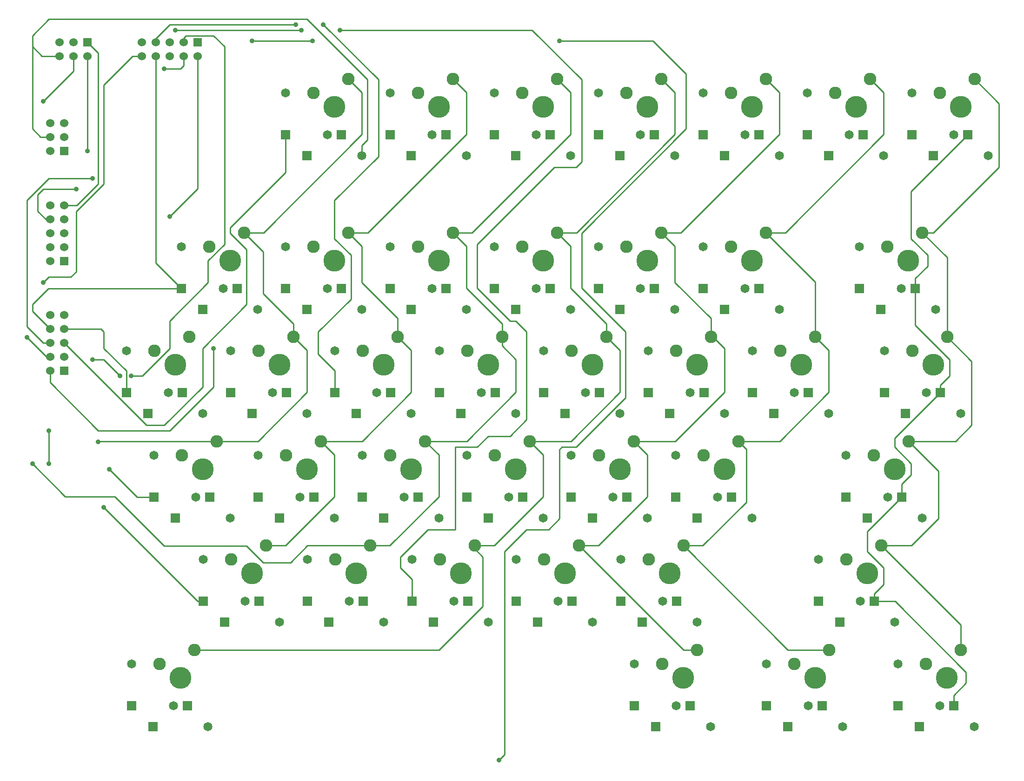
<source format=gbl>
G04 (created by PCBNEW (2013-07-07 BZR 4022)-stable) date 11/1/2014 6:00:42 PM*
%MOIN*%
G04 Gerber Fmt 3.4, Leading zero omitted, Abs format*
%FSLAX34Y34*%
G01*
G70*
G90*
G04 APERTURE LIST*
%ADD10C,0.00590551*%
%ADD11C,0.09*%
%ADD12C,0.157*%
%ADD13C,0.065*%
%ADD14R,0.065X0.065*%
%ADD15R,0.06X0.06*%
%ADD16C,0.06*%
%ADD17C,0.035*%
%ADD18C,0.01*%
G04 APERTURE END LIST*
G54D10*
G54D11*
X46669Y-15716D03*
X44169Y-16716D03*
G54D12*
X45669Y-17716D03*
G54D13*
X42169Y-16716D03*
G54D14*
X42169Y-19716D03*
G54D13*
X45169Y-19716D03*
G54D14*
X46169Y-19716D03*
X43700Y-21216D03*
G54D13*
X47637Y-21216D03*
G54D11*
X57692Y-34220D03*
X55192Y-35220D03*
G54D12*
X56692Y-36220D03*
G54D13*
X53192Y-35220D03*
G54D14*
X53192Y-38220D03*
G54D13*
X56192Y-38220D03*
G54D14*
X57192Y-38220D03*
X54724Y-39720D03*
G54D13*
X58661Y-39720D03*
G54D11*
X52181Y-41700D03*
X49681Y-42700D03*
G54D12*
X51181Y-43700D03*
G54D13*
X47681Y-42700D03*
G54D14*
X47681Y-45700D03*
G54D13*
X50681Y-45700D03*
G54D14*
X51681Y-45700D03*
X49212Y-47200D03*
G54D13*
X53149Y-47200D03*
G54D11*
X48244Y-49181D03*
X45744Y-50181D03*
G54D12*
X47244Y-51181D03*
G54D13*
X43744Y-50181D03*
G54D14*
X43744Y-53181D03*
G54D13*
X46744Y-53181D03*
G54D14*
X47744Y-53181D03*
X45275Y-54681D03*
G54D13*
X49212Y-54681D03*
G54D11*
X28165Y-56661D03*
X25665Y-57661D03*
G54D12*
X27165Y-58661D03*
G54D13*
X23665Y-57661D03*
G54D14*
X23665Y-60661D03*
G54D13*
X26665Y-60661D03*
G54D14*
X27665Y-60661D03*
X25196Y-62161D03*
G54D13*
X29133Y-62161D03*
G54D11*
X54149Y-15716D03*
X51649Y-16716D03*
G54D12*
X53149Y-17716D03*
G54D13*
X49649Y-16716D03*
G54D14*
X49649Y-19716D03*
G54D13*
X52649Y-19716D03*
G54D14*
X53649Y-19716D03*
X51181Y-21216D03*
G54D13*
X55118Y-21216D03*
G54D11*
X46669Y-26740D03*
X44169Y-27740D03*
G54D12*
X45669Y-28740D03*
G54D13*
X42169Y-27740D03*
G54D14*
X42169Y-30740D03*
G54D13*
X45169Y-30740D03*
G54D14*
X46169Y-30740D03*
X43700Y-32240D03*
G54D13*
X47637Y-32240D03*
G54D11*
X50212Y-34220D03*
X47712Y-35220D03*
G54D12*
X49212Y-36220D03*
G54D13*
X45712Y-35220D03*
G54D14*
X45712Y-38220D03*
G54D13*
X48712Y-38220D03*
G54D14*
X49712Y-38220D03*
X47244Y-39720D03*
G54D13*
X51181Y-39720D03*
G54D11*
X44700Y-41700D03*
X42200Y-42700D03*
G54D12*
X43700Y-43700D03*
G54D13*
X40200Y-42700D03*
G54D14*
X40200Y-45700D03*
G54D13*
X43200Y-45700D03*
G54D14*
X44200Y-45700D03*
X41732Y-47200D03*
G54D13*
X45669Y-47200D03*
G54D11*
X40763Y-49181D03*
X38263Y-50181D03*
G54D12*
X39763Y-51181D03*
G54D13*
X36263Y-50181D03*
G54D14*
X36263Y-53181D03*
G54D13*
X39263Y-53181D03*
G54D14*
X40263Y-53181D03*
X37795Y-54681D03*
G54D13*
X41732Y-54681D03*
G54D11*
X84070Y-15716D03*
X81570Y-16716D03*
G54D12*
X83070Y-17716D03*
G54D13*
X79570Y-16716D03*
G54D14*
X79570Y-19716D03*
G54D13*
X82570Y-19716D03*
G54D14*
X83570Y-19716D03*
X81102Y-21216D03*
G54D13*
X85039Y-21216D03*
G54D11*
X39188Y-26740D03*
X36688Y-27740D03*
G54D12*
X38188Y-28740D03*
G54D13*
X34688Y-27740D03*
G54D14*
X34688Y-30740D03*
G54D13*
X37688Y-30740D03*
G54D14*
X38688Y-30740D03*
X36220Y-32240D03*
G54D13*
X40157Y-32240D03*
G54D11*
X42732Y-34220D03*
X40232Y-35220D03*
G54D12*
X41732Y-36220D03*
G54D13*
X38232Y-35220D03*
G54D14*
X38232Y-38220D03*
G54D13*
X41232Y-38220D03*
G54D14*
X42232Y-38220D03*
X39763Y-39720D03*
G54D13*
X43700Y-39720D03*
G54D11*
X37220Y-41700D03*
X34720Y-42700D03*
G54D12*
X36220Y-43700D03*
G54D13*
X32720Y-42700D03*
G54D14*
X32720Y-45700D03*
G54D13*
X35720Y-45700D03*
G54D14*
X36720Y-45700D03*
X34251Y-47200D03*
G54D13*
X38188Y-47200D03*
G54D11*
X33283Y-49181D03*
X30783Y-50181D03*
G54D12*
X32283Y-51181D03*
G54D13*
X28783Y-50181D03*
G54D14*
X28783Y-53181D03*
G54D13*
X31783Y-53181D03*
G54D14*
X32783Y-53181D03*
X30314Y-54681D03*
G54D13*
X34251Y-54681D03*
G54D11*
X39188Y-15716D03*
X36688Y-16716D03*
G54D12*
X38188Y-17716D03*
G54D13*
X34688Y-16716D03*
G54D14*
X34688Y-19716D03*
G54D13*
X37688Y-19716D03*
G54D14*
X38688Y-19716D03*
X36220Y-21216D03*
G54D13*
X40157Y-21216D03*
G54D11*
X31708Y-26740D03*
X29208Y-27740D03*
G54D12*
X30708Y-28740D03*
G54D13*
X27208Y-27740D03*
G54D14*
X27208Y-30740D03*
G54D13*
X30208Y-30740D03*
G54D14*
X31208Y-30740D03*
X28740Y-32240D03*
G54D13*
X32677Y-32240D03*
G54D11*
X35251Y-34220D03*
X32751Y-35220D03*
G54D12*
X34251Y-36220D03*
G54D13*
X30751Y-35220D03*
G54D14*
X30751Y-38220D03*
G54D13*
X33751Y-38220D03*
G54D14*
X34751Y-38220D03*
X32283Y-39720D03*
G54D13*
X36220Y-39720D03*
G54D11*
X29740Y-41700D03*
X27240Y-42700D03*
G54D12*
X28740Y-43700D03*
G54D13*
X25240Y-42700D03*
G54D14*
X25240Y-45700D03*
G54D13*
X28240Y-45700D03*
G54D14*
X29240Y-45700D03*
X26771Y-47200D03*
G54D13*
X30708Y-47200D03*
G54D11*
X27771Y-34220D03*
X25271Y-35220D03*
G54D12*
X26771Y-36220D03*
G54D13*
X23271Y-35220D03*
G54D14*
X23271Y-38220D03*
G54D13*
X26271Y-38220D03*
G54D14*
X27271Y-38220D03*
X24803Y-39720D03*
G54D13*
X28740Y-39720D03*
G54D11*
X54149Y-26740D03*
X51649Y-27740D03*
G54D12*
X53149Y-28740D03*
G54D13*
X49649Y-27740D03*
G54D14*
X49649Y-30740D03*
G54D13*
X52649Y-30740D03*
G54D14*
X53649Y-30740D03*
X51181Y-32240D03*
G54D13*
X55118Y-32240D03*
G54D11*
X80330Y-26740D03*
X77830Y-27740D03*
G54D12*
X79330Y-28740D03*
G54D13*
X75830Y-27740D03*
G54D14*
X75830Y-30740D03*
G54D13*
X78830Y-30740D03*
G54D14*
X79830Y-30740D03*
X77362Y-32240D03*
G54D13*
X81299Y-32240D03*
G54D11*
X82102Y-34220D03*
X79602Y-35220D03*
G54D12*
X81102Y-36220D03*
G54D13*
X77602Y-35220D03*
G54D14*
X77602Y-38220D03*
G54D13*
X80602Y-38220D03*
G54D14*
X81602Y-38220D03*
X79133Y-39720D03*
G54D13*
X83070Y-39720D03*
G54D11*
X79346Y-41700D03*
X76846Y-42700D03*
G54D12*
X78346Y-43700D03*
G54D13*
X74846Y-42700D03*
G54D14*
X74846Y-45700D03*
G54D13*
X77846Y-45700D03*
G54D14*
X78846Y-45700D03*
X76377Y-47200D03*
G54D13*
X80314Y-47200D03*
G54D11*
X77377Y-49181D03*
X74877Y-50181D03*
G54D12*
X76377Y-51181D03*
G54D13*
X72877Y-50181D03*
G54D14*
X72877Y-53181D03*
G54D13*
X75877Y-53181D03*
G54D14*
X76877Y-53181D03*
X74409Y-54681D03*
G54D13*
X78346Y-54681D03*
G54D11*
X83086Y-56661D03*
X80586Y-57661D03*
G54D12*
X82086Y-58661D03*
G54D13*
X78586Y-57661D03*
G54D14*
X78586Y-60661D03*
G54D13*
X81586Y-60661D03*
G54D14*
X82586Y-60661D03*
X80118Y-62161D03*
G54D13*
X84055Y-62161D03*
G54D11*
X76590Y-15716D03*
X74090Y-16716D03*
G54D12*
X75590Y-17716D03*
G54D13*
X72090Y-16716D03*
G54D14*
X72090Y-19716D03*
G54D13*
X75090Y-19716D03*
G54D14*
X76090Y-19716D03*
X73622Y-21216D03*
G54D13*
X77559Y-21216D03*
G54D11*
X69110Y-26740D03*
X66610Y-27740D03*
G54D12*
X68110Y-28740D03*
G54D13*
X64610Y-27740D03*
G54D14*
X64610Y-30740D03*
G54D13*
X67610Y-30740D03*
G54D14*
X68610Y-30740D03*
X66141Y-32240D03*
G54D13*
X70078Y-32240D03*
G54D11*
X72653Y-34220D03*
X70153Y-35220D03*
G54D12*
X71653Y-36220D03*
G54D13*
X68153Y-35220D03*
G54D14*
X68153Y-38220D03*
G54D13*
X71153Y-38220D03*
G54D14*
X72153Y-38220D03*
X69685Y-39720D03*
G54D13*
X73622Y-39720D03*
G54D11*
X67141Y-41700D03*
X64641Y-42700D03*
G54D12*
X66141Y-43700D03*
G54D13*
X62641Y-42700D03*
G54D14*
X62641Y-45700D03*
G54D13*
X65641Y-45700D03*
G54D14*
X66641Y-45700D03*
X64173Y-47200D03*
G54D13*
X68110Y-47200D03*
G54D11*
X63204Y-49181D03*
X60704Y-50181D03*
G54D12*
X62204Y-51181D03*
G54D13*
X58704Y-50181D03*
G54D14*
X58704Y-53181D03*
G54D13*
X61704Y-53181D03*
G54D14*
X62704Y-53181D03*
X60236Y-54681D03*
G54D13*
X64173Y-54681D03*
G54D11*
X73637Y-56661D03*
X71137Y-57661D03*
G54D12*
X72637Y-58661D03*
G54D13*
X69137Y-57661D03*
G54D14*
X69137Y-60661D03*
G54D13*
X72137Y-60661D03*
G54D14*
X73137Y-60661D03*
X70669Y-62161D03*
G54D13*
X74606Y-62161D03*
G54D11*
X69110Y-15716D03*
X66610Y-16716D03*
G54D12*
X68110Y-17716D03*
G54D13*
X64610Y-16716D03*
G54D14*
X64610Y-19716D03*
G54D13*
X67610Y-19716D03*
G54D14*
X68610Y-19716D03*
X66141Y-21216D03*
G54D13*
X70078Y-21216D03*
G54D11*
X61629Y-26740D03*
X59129Y-27740D03*
G54D12*
X60629Y-28740D03*
G54D13*
X57129Y-27740D03*
G54D14*
X57129Y-30740D03*
G54D13*
X60129Y-30740D03*
G54D14*
X61129Y-30740D03*
X58661Y-32240D03*
G54D13*
X62598Y-32240D03*
G54D11*
X65173Y-34220D03*
X62673Y-35220D03*
G54D12*
X64173Y-36220D03*
G54D13*
X60673Y-35220D03*
G54D14*
X60673Y-38220D03*
G54D13*
X63673Y-38220D03*
G54D14*
X64673Y-38220D03*
X62204Y-39720D03*
G54D13*
X66141Y-39720D03*
G54D11*
X59661Y-41700D03*
X57161Y-42700D03*
G54D12*
X58661Y-43700D03*
G54D13*
X55161Y-42700D03*
G54D14*
X55161Y-45700D03*
G54D13*
X58161Y-45700D03*
G54D14*
X59161Y-45700D03*
X56692Y-47200D03*
G54D13*
X60629Y-47200D03*
G54D11*
X55724Y-49181D03*
X53224Y-50181D03*
G54D12*
X54724Y-51181D03*
G54D13*
X51224Y-50181D03*
G54D14*
X51224Y-53181D03*
G54D13*
X54224Y-53181D03*
G54D14*
X55224Y-53181D03*
X52755Y-54681D03*
G54D13*
X56692Y-54681D03*
G54D11*
X64188Y-56661D03*
X61688Y-57661D03*
G54D12*
X63188Y-58661D03*
G54D13*
X59688Y-57661D03*
G54D14*
X59688Y-60661D03*
G54D13*
X62688Y-60661D03*
G54D14*
X63688Y-60661D03*
X61220Y-62161D03*
G54D13*
X65157Y-62161D03*
G54D11*
X61629Y-15716D03*
X59129Y-16716D03*
G54D12*
X60629Y-17716D03*
G54D13*
X57129Y-16716D03*
G54D14*
X57129Y-19716D03*
G54D13*
X60129Y-19716D03*
G54D14*
X61129Y-19716D03*
X58661Y-21216D03*
G54D13*
X62598Y-21216D03*
G54D15*
X28377Y-13082D03*
G54D16*
X28377Y-14082D03*
X27377Y-13082D03*
X27377Y-14082D03*
X26377Y-13082D03*
X26377Y-14082D03*
X25377Y-13082D03*
X25377Y-14082D03*
X24377Y-13082D03*
X24377Y-14082D03*
G54D15*
X18807Y-36645D03*
G54D16*
X17807Y-36645D03*
X18807Y-35645D03*
X17807Y-35645D03*
X18807Y-34645D03*
X17807Y-34645D03*
X18807Y-33645D03*
X17807Y-33645D03*
X18807Y-32645D03*
X17807Y-32645D03*
G54D15*
X18807Y-28771D03*
G54D16*
X17807Y-28771D03*
X18807Y-27771D03*
X17807Y-27771D03*
X18807Y-26771D03*
X17807Y-26771D03*
X18807Y-25771D03*
X17807Y-25771D03*
X18807Y-24771D03*
X17807Y-24771D03*
G54D15*
X20488Y-13082D03*
G54D16*
X20488Y-14082D03*
X19488Y-13082D03*
X19488Y-14082D03*
X18488Y-13082D03*
X18488Y-14082D03*
G54D15*
X18807Y-20881D03*
G54D16*
X17807Y-20881D03*
X18807Y-19881D03*
X17807Y-19881D03*
X18807Y-18881D03*
X17807Y-18881D03*
G54D17*
X20866Y-35826D03*
X22834Y-37007D03*
X23622Y-37007D03*
X20866Y-22834D03*
X25984Y-14960D03*
X16141Y-34251D03*
X32283Y-12992D03*
X36614Y-12992D03*
X54330Y-12992D03*
X50000Y-64566D03*
X17716Y-43307D03*
X17716Y-40944D03*
X26377Y-25590D03*
X29527Y-35039D03*
X17322Y-17322D03*
X35433Y-11811D03*
X37401Y-11811D03*
X17322Y-30314D03*
X22047Y-43700D03*
X26771Y-12204D03*
X35826Y-12204D03*
X38582Y-12204D03*
X21653Y-46456D03*
X16535Y-43307D03*
X21259Y-41732D03*
X20472Y-20866D03*
X19685Y-23622D03*
G54D18*
X79830Y-30740D02*
X79830Y-30011D01*
X79527Y-23759D02*
X83570Y-19716D01*
X79527Y-27165D02*
X79527Y-23759D01*
X80708Y-28346D02*
X79527Y-27165D01*
X80708Y-29133D02*
X80708Y-28346D01*
X79830Y-30011D02*
X80708Y-29133D01*
X81602Y-38220D02*
X81602Y-37688D01*
X79830Y-33374D02*
X79830Y-30740D01*
X82283Y-35826D02*
X79830Y-33374D01*
X82283Y-37007D02*
X82283Y-35826D01*
X81602Y-37688D02*
X82283Y-37007D01*
X78846Y-45700D02*
X78846Y-44775D01*
X78346Y-41476D02*
X81602Y-38220D01*
X78346Y-42125D02*
X78346Y-41476D01*
X79527Y-43307D02*
X78346Y-42125D01*
X79527Y-44094D02*
X79527Y-43307D01*
X78846Y-44775D02*
X79527Y-44094D01*
X76877Y-53181D02*
X76877Y-52649D01*
X76377Y-48169D02*
X78846Y-45700D01*
X76377Y-49606D02*
X76377Y-48169D01*
X77559Y-50787D02*
X76377Y-49606D01*
X77559Y-51968D02*
X77559Y-50787D01*
X76877Y-52649D02*
X77559Y-51968D01*
X82586Y-60661D02*
X82586Y-59933D01*
X78377Y-53181D02*
X76877Y-53181D01*
X83464Y-58267D02*
X78377Y-53181D01*
X83464Y-59055D02*
X83464Y-58267D01*
X82586Y-59933D02*
X83464Y-59055D01*
X17807Y-19881D02*
X17125Y-19881D01*
X16535Y-19291D02*
X16535Y-12992D01*
X17125Y-19881D02*
X16535Y-19291D01*
X40157Y-21216D02*
X40157Y-20472D01*
X17232Y-14082D02*
X18488Y-14082D01*
X16535Y-13385D02*
X17232Y-14082D01*
X16535Y-12598D02*
X16535Y-12992D01*
X16535Y-12992D02*
X16535Y-13385D01*
X17716Y-11417D02*
X16535Y-12598D01*
X36220Y-11417D02*
X17716Y-11417D01*
X40551Y-15748D02*
X36220Y-11417D01*
X40551Y-20078D02*
X40551Y-15748D01*
X40157Y-20472D02*
X40551Y-20078D01*
X27377Y-13082D02*
X27377Y-12779D01*
X21653Y-35826D02*
X20866Y-35826D01*
X22834Y-37007D02*
X21653Y-35826D01*
X24409Y-37007D02*
X23622Y-37007D01*
X26377Y-35039D02*
X24409Y-37007D01*
X26377Y-33070D02*
X26377Y-35039D01*
X29133Y-30314D02*
X26377Y-33070D01*
X29133Y-28740D02*
X29133Y-30314D01*
X30314Y-27559D02*
X29133Y-28740D01*
X30314Y-13385D02*
X30314Y-27559D01*
X29527Y-12598D02*
X30314Y-13385D01*
X27559Y-12598D02*
X29527Y-12598D01*
X27377Y-12779D02*
X27559Y-12598D01*
X17807Y-34645D02*
X17322Y-34645D01*
X17716Y-22834D02*
X20866Y-22834D01*
X16141Y-24409D02*
X17716Y-22834D01*
X16141Y-33464D02*
X16141Y-24409D01*
X17322Y-34645D02*
X16141Y-33464D01*
X17807Y-35645D02*
X17535Y-35645D01*
X27377Y-14748D02*
X27377Y-14082D01*
X27165Y-14960D02*
X27377Y-14748D01*
X25984Y-14960D02*
X27165Y-14960D01*
X17535Y-35645D02*
X16141Y-34251D01*
X36614Y-12992D02*
X32283Y-12992D01*
X61023Y-12992D02*
X54330Y-12992D01*
X63385Y-15354D02*
X61023Y-12992D01*
X63385Y-19291D02*
X63385Y-15354D01*
X55905Y-26771D02*
X63385Y-19291D01*
X55905Y-30708D02*
X55905Y-26771D01*
X59055Y-33858D02*
X55905Y-30708D01*
X59055Y-38582D02*
X59055Y-33858D01*
X55511Y-42125D02*
X59055Y-38582D01*
X54499Y-42125D02*
X55511Y-42125D01*
X54330Y-42294D02*
X54499Y-42125D01*
X54330Y-47244D02*
X54330Y-42294D01*
X53543Y-48031D02*
X54330Y-47244D01*
X51968Y-48031D02*
X53543Y-48031D01*
X50393Y-49606D02*
X51968Y-48031D01*
X50393Y-64173D02*
X50393Y-49606D01*
X50000Y-64566D02*
X50393Y-64173D01*
X17716Y-40944D02*
X17716Y-43307D01*
X17807Y-36645D02*
X17807Y-37492D01*
X28377Y-23590D02*
X28377Y-14082D01*
X26377Y-25590D02*
X28377Y-23590D01*
X29527Y-37795D02*
X29527Y-35039D01*
X26377Y-40944D02*
X29527Y-37795D01*
X21259Y-40944D02*
X26377Y-40944D01*
X17807Y-37492D02*
X21259Y-40944D01*
X19488Y-15157D02*
X19488Y-14082D01*
X17322Y-17322D02*
X19488Y-15157D01*
X18807Y-24771D02*
X19716Y-24771D01*
X21259Y-13854D02*
X20488Y-13082D01*
X21259Y-23228D02*
X21259Y-13854D01*
X19716Y-24771D02*
X21259Y-23228D01*
X38232Y-38220D02*
X38232Y-36657D01*
X25377Y-12811D02*
X25377Y-13082D01*
X26377Y-11811D02*
X25377Y-12811D01*
X35433Y-11811D02*
X26377Y-11811D01*
X41338Y-15748D02*
X37401Y-11811D01*
X41338Y-21259D02*
X41338Y-15748D01*
X38188Y-24409D02*
X41338Y-21259D01*
X38188Y-27165D02*
X38188Y-24409D01*
X39370Y-28346D02*
X38188Y-27165D01*
X39370Y-31496D02*
X39370Y-28346D01*
X37007Y-33858D02*
X39370Y-31496D01*
X37007Y-35433D02*
X37007Y-33858D01*
X38232Y-36657D02*
X37007Y-35433D01*
X23271Y-38220D02*
X23271Y-36657D01*
X21440Y-33645D02*
X18807Y-33645D01*
X21653Y-33858D02*
X21440Y-33645D01*
X21653Y-35039D02*
X21653Y-33858D01*
X23271Y-36657D02*
X21653Y-35039D01*
X24377Y-14082D02*
X23712Y-14082D01*
X17716Y-29921D02*
X17322Y-30314D01*
X19291Y-29921D02*
X17716Y-29921D01*
X19685Y-29527D02*
X19291Y-29921D01*
X19685Y-25196D02*
X19685Y-29527D01*
X21653Y-23228D02*
X19685Y-25196D01*
X21653Y-16141D02*
X21653Y-23228D01*
X23712Y-14082D02*
X21653Y-16141D01*
X25240Y-45700D02*
X24047Y-45700D01*
X24047Y-45700D02*
X22047Y-43700D01*
X34688Y-19716D02*
X34688Y-22397D01*
X24712Y-40551D02*
X18807Y-34645D01*
X25984Y-40551D02*
X24712Y-40551D01*
X28740Y-37795D02*
X25984Y-40551D01*
X28740Y-35039D02*
X28740Y-37795D01*
X31889Y-31889D02*
X28740Y-35039D01*
X31889Y-27952D02*
X31889Y-31889D01*
X30708Y-26771D02*
X31889Y-27952D01*
X30708Y-26377D02*
X30708Y-26771D01*
X34688Y-22397D02*
X30708Y-26377D01*
X43744Y-53181D02*
X43744Y-51618D01*
X35826Y-12204D02*
X26771Y-12204D01*
X52362Y-12204D02*
X38582Y-12204D01*
X55905Y-15748D02*
X52362Y-12204D01*
X55905Y-21653D02*
X55905Y-15748D01*
X55511Y-22047D02*
X55905Y-21653D01*
X53937Y-22047D02*
X55511Y-22047D01*
X48425Y-27559D02*
X53937Y-22047D01*
X48425Y-30708D02*
X48425Y-27559D01*
X50787Y-33070D02*
X48425Y-30708D01*
X51181Y-33070D02*
X50787Y-33070D01*
X51968Y-33858D02*
X51181Y-33070D01*
X51968Y-40157D02*
X51968Y-33858D01*
X50787Y-41338D02*
X51968Y-40157D01*
X49212Y-41338D02*
X50787Y-41338D01*
X48425Y-42125D02*
X49212Y-41338D01*
X46850Y-42125D02*
X48425Y-42125D01*
X46850Y-48031D02*
X46850Y-42125D01*
X44881Y-48031D02*
X46850Y-48031D01*
X42913Y-50000D02*
X44881Y-48031D01*
X42913Y-50787D02*
X42913Y-50000D01*
X43744Y-51618D02*
X42913Y-50787D01*
X28377Y-53181D02*
X28783Y-53181D01*
X21653Y-46456D02*
X28377Y-53181D01*
X25377Y-14082D02*
X25377Y-28909D01*
X25377Y-28909D02*
X27208Y-30740D01*
X27208Y-30740D02*
X17685Y-30740D01*
X16535Y-32374D02*
X17807Y-33645D01*
X16535Y-31889D02*
X16535Y-32374D01*
X17685Y-30740D02*
X16535Y-31889D01*
X54149Y-26740D02*
X55543Y-26740D01*
X62598Y-16685D02*
X61629Y-15716D01*
X62598Y-19685D02*
X62598Y-16685D01*
X55543Y-26740D02*
X62598Y-19685D01*
X57692Y-34220D02*
X57692Y-33283D01*
X55118Y-27708D02*
X54149Y-26740D01*
X55118Y-30708D02*
X55118Y-27708D01*
X57692Y-33283D02*
X55118Y-30708D01*
X52181Y-41700D02*
X55149Y-41700D01*
X58661Y-35188D02*
X57692Y-34220D01*
X58661Y-38188D02*
X58661Y-35188D01*
X55149Y-41700D02*
X58661Y-38188D01*
X48244Y-49181D02*
X49637Y-49181D01*
X53149Y-42669D02*
X52181Y-41700D01*
X53149Y-45669D02*
X53149Y-42669D01*
X49637Y-49181D02*
X53149Y-45669D01*
X28165Y-56661D02*
X45700Y-56661D01*
X48244Y-49425D02*
X48244Y-49181D01*
X48818Y-50000D02*
X48244Y-49425D01*
X48818Y-53543D02*
X48818Y-50000D01*
X45700Y-56661D02*
X48818Y-53543D01*
X36251Y-49181D02*
X40763Y-49181D01*
X35039Y-50393D02*
X36251Y-49181D01*
X33070Y-50393D02*
X35039Y-50393D01*
X31889Y-49212D02*
X33070Y-50393D01*
X25984Y-49212D02*
X31889Y-49212D01*
X22440Y-45669D02*
X25984Y-49212D01*
X18897Y-45669D02*
X22440Y-45669D01*
X16535Y-43307D02*
X18897Y-45669D01*
X46669Y-26740D02*
X48062Y-26740D01*
X55118Y-16685D02*
X54149Y-15716D01*
X55118Y-19685D02*
X55118Y-16685D01*
X48062Y-26740D02*
X55118Y-19685D01*
X50212Y-34220D02*
X50212Y-33283D01*
X47637Y-27708D02*
X46669Y-26740D01*
X47637Y-30708D02*
X47637Y-27708D01*
X50212Y-33283D02*
X47637Y-30708D01*
X44700Y-41700D02*
X47669Y-41700D01*
X50212Y-34858D02*
X50212Y-34220D01*
X51181Y-35826D02*
X50212Y-34858D01*
X51181Y-38188D02*
X51181Y-35826D01*
X47669Y-41700D02*
X51181Y-38188D01*
X40763Y-49181D02*
X42157Y-49181D01*
X45669Y-42669D02*
X44700Y-41700D01*
X45669Y-45669D02*
X45669Y-42669D01*
X42157Y-49181D02*
X45669Y-45669D01*
X39188Y-26740D02*
X40582Y-26740D01*
X47637Y-16685D02*
X46669Y-15716D01*
X47637Y-19685D02*
X47637Y-16685D01*
X40582Y-26740D02*
X47637Y-19685D01*
X42732Y-34220D02*
X42732Y-32889D01*
X40157Y-27708D02*
X39188Y-26740D01*
X40157Y-30314D02*
X40157Y-27708D01*
X42732Y-32889D02*
X40157Y-30314D01*
X37220Y-41700D02*
X40188Y-41700D01*
X43700Y-35188D02*
X42732Y-34220D01*
X43700Y-38188D02*
X43700Y-35188D01*
X40188Y-41700D02*
X43700Y-38188D01*
X33283Y-49181D02*
X34677Y-49181D01*
X38188Y-42669D02*
X37220Y-41700D01*
X38188Y-45669D02*
X38188Y-42669D01*
X34677Y-49181D02*
X38188Y-45669D01*
X29740Y-41700D02*
X21291Y-41700D01*
X21291Y-41700D02*
X21259Y-41732D01*
X31708Y-26740D02*
X33102Y-26740D01*
X40157Y-16685D02*
X39188Y-15716D01*
X40157Y-19685D02*
X40157Y-16685D01*
X33102Y-26740D02*
X40157Y-19685D01*
X35251Y-34220D02*
X35251Y-33283D01*
X33070Y-28102D02*
X31708Y-26740D01*
X33070Y-31102D02*
X33070Y-28102D01*
X35251Y-33283D02*
X33070Y-31102D01*
X29740Y-41700D02*
X32708Y-41700D01*
X36220Y-35188D02*
X35251Y-34220D01*
X36220Y-38188D02*
X36220Y-35188D01*
X32708Y-41700D02*
X36220Y-38188D01*
X20488Y-14082D02*
X20488Y-20850D01*
X20488Y-20850D02*
X20472Y-20866D01*
X80330Y-26740D02*
X81133Y-26740D01*
X85826Y-17472D02*
X84070Y-15716D01*
X85826Y-22047D02*
X85826Y-17472D01*
X81133Y-26740D02*
X85826Y-22047D01*
X82102Y-34220D02*
X82102Y-28511D01*
X82102Y-28511D02*
X80330Y-26740D01*
X79346Y-41700D02*
X82708Y-41700D01*
X83858Y-35976D02*
X82102Y-34220D01*
X83858Y-40551D02*
X83858Y-35976D01*
X82708Y-41700D02*
X83858Y-40551D01*
X77377Y-49181D02*
X79559Y-49181D01*
X81496Y-43850D02*
X79346Y-41700D01*
X81496Y-47244D02*
X81496Y-43850D01*
X79559Y-49181D02*
X81496Y-47244D01*
X83086Y-56661D02*
X83086Y-54889D01*
X83086Y-54889D02*
X77377Y-49181D01*
X69110Y-26740D02*
X70503Y-26740D01*
X77559Y-16685D02*
X76590Y-15716D01*
X77559Y-19685D02*
X77559Y-16685D01*
X70503Y-26740D02*
X77559Y-19685D01*
X72653Y-34220D02*
X72653Y-30283D01*
X72653Y-30283D02*
X69110Y-26740D01*
X67141Y-41700D02*
X70110Y-41700D01*
X73622Y-35188D02*
X72653Y-34220D01*
X73622Y-38188D02*
X73622Y-35188D01*
X70110Y-41700D02*
X73622Y-38188D01*
X63204Y-49181D02*
X64598Y-49181D01*
X67716Y-42275D02*
X67141Y-41700D01*
X67716Y-46062D02*
X67716Y-42275D01*
X64598Y-49181D02*
X67716Y-46062D01*
X73637Y-56661D02*
X70685Y-56661D01*
X70685Y-56661D02*
X63204Y-49181D01*
X17807Y-25771D02*
X17503Y-25771D01*
X17322Y-23622D02*
X19685Y-23622D01*
X16929Y-24015D02*
X17322Y-23622D01*
X16929Y-25196D02*
X16929Y-24015D01*
X17503Y-25771D02*
X16929Y-25196D01*
X61629Y-26740D02*
X63023Y-26740D01*
X70078Y-16685D02*
X69110Y-15716D01*
X70078Y-19685D02*
X70078Y-16685D01*
X63023Y-26740D02*
X70078Y-19685D01*
X65173Y-34220D02*
X65173Y-32889D01*
X62598Y-27708D02*
X61629Y-26740D01*
X62598Y-30314D02*
X62598Y-27708D01*
X65173Y-32889D02*
X62598Y-30314D01*
X59661Y-41700D02*
X62629Y-41700D01*
X65322Y-34220D02*
X65173Y-34220D01*
X66141Y-35039D02*
X65322Y-34220D01*
X66141Y-38188D02*
X66141Y-35039D01*
X62629Y-41700D02*
X66141Y-38188D01*
X55724Y-49181D02*
X57118Y-49181D01*
X60629Y-42669D02*
X59661Y-41700D01*
X60629Y-45669D02*
X60629Y-42669D01*
X57118Y-49181D02*
X60629Y-45669D01*
X64188Y-56661D02*
X63204Y-56661D01*
X63204Y-56661D02*
X55724Y-49181D01*
M02*

</source>
